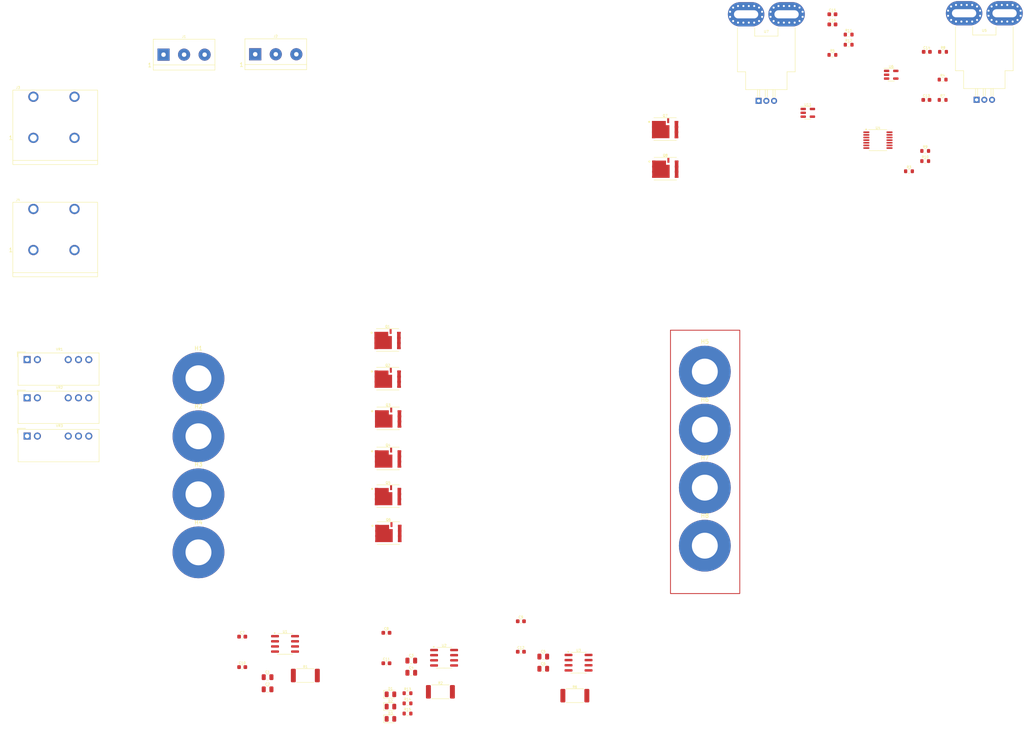
<source format=kicad_pcb>
(kicad_pcb (version 20240108) (generator "pcbnew") (generator_version "8.0")
  (layers (0 "F.Cu" signal) (31 "B.Cu" signal) (34 "B.Paste" user) (35 "F.Paste" user) (36 "B.SilkS" user "B.Silkscreen") (37 "F.SilkS" user "F.Silkscreen") (38 "B.Mask" user) (39 "F.Mask" user) (44 "Edge.Cuts" user))
  (net 0 "")
  (net 1 "12V_Iso_19V")
  (net 2 "19V reg")
  (net 3 "+3V3")
  (net 4 "GND")
  (net 5 "12V_Iso_12V")
  (net 6 "12V reg")
  (net 7 "12V_Iso_PDP")
  (net 8 "PDP+")
  (net 9 "Net-(U5-VOUT)")
  (net 10 "Net-(U7-VOUT)")
  (net 11 "Vb+")
  (net 12 "+12V")
  (net 13 "Enable1")
  (net 14 "Enable3")
  (net 15 "Enable2")
  (net 16 "Charger_in")
  (net 19 "PDP_Gate")
  (net 20 "12V_Gate")
  (net 21 "19V_Gate")
  (net 22 "Net-(U1-VO)")
  (net 23 "Net-(U2-VO)")
  (net 24 "IN+1")
  (net 25 "Net-(R3-Pad1)")
  (net 26 "150A Ref+")
  (net 27 "30A Ref+")
  (net 28 "Net-(U3-VO)")
  (net 29 "Net-(U6--)")
  (net 30 "IN+2")
  (net 31 "IN+3")
  (net 32 "Net-(R10-Pad1)")
  (net 33 "Net-(U11--)")
  (net 34 "Net-(U11-Pad1)")
  (net 35 "Overcurrent_30A")
  (net 36 "Net-(U4-Pad1)")
  (net 37 "Overcurrent_150A")
  (net 38 "150A_in")
  (net 42 "Net-(D1-A)")
  (net 43 "Net-(D2-A)")
  (net 44 "Net-(D3-A)")
  (net 45 "12V_Iso_PDP_LED")
  (net 46 "12V_Iso_12V_LED")
  (net 47 "12V_Iso_19V_LED")
  (footprint "rsx_capacitors:C_0805_2012Metric" (layer "F.Cu") (at 155.0475 180.7988)
    (property "Reference" "C6" (at 0 -1.27 0) (layer "F.SilkS") (effects (font (size 0.6 0.6) (thickness 0.1))))
    (property "Value" "1u")
    (pad "1" smd roundrect (at -0.95 0) (size 1 1.45) (layers "F.Cu" "F.Paste" "F.Mask") (net 7 "12V_Iso_PDP"))
    (pad "2" smd roundrect (at 0.95 0) (size 1 1.45) (layers "F.Cu" "F.Paste" "F.Mask") (net 8 "PDP+"))
  )
  (footprint "rsx_capacitors:C_0603_1608Metric" (layer "F.Cu") (at 149.515 176.5916)
    (property "Reference" "C12" (at 0 -1.016 0) (layer "F.SilkS") (effects (font (size 0.6 0.6) (thickness 0.1))))
    (property "Value" "0u1")
    (pad "1" smd roundrect (at -0.775 0) (size 0.9 0.95) (layers "F.Cu" "F.Paste" "F.Mask") (net 7 "12V_Iso_PDP"))
    (pad "2" smd roundrect (at 0.775 0) (size 0.9 0.95) (layers "F.Cu" "F.Paste" "F.Mask") (net 8 "PDP+"))
  )
  (footprint "MountingHole:MountingHole_6.4mm_M6_Pad_TopBottom" (layer "F.Cu") (at 69.85 137.666)
    (property "Reference" "H3" (at 0 -7.4 0) (layer "F.SilkS"))
    (property "Value" "MountingHole_Pad")
    (pad "1" thru_hole circle (at 0 0) (size 6.8 6.8) (drill 6.4) (layers "*.Cu" "*.Mask") (net 11 "Vb+"))
    (pad "1" connect circle (at 0 0) (size 12.8 12.8) (layers "F.Cu" "F.Mask") (net 11 "Vb+"))
    (pad "1" connect circle (at 0 0) (size 12.8 12.8) (layers "B.Cu" "B.Mask") (net 11 "Vb+"))
  )
  (footprint "rsx_resistors:R_0603_1608Metric" (layer "F.Cu") (at 253.7293 40.14)
    (property "Reference" "R7" (at 0 -1.016 0) (layer "F.SilkS") (effects (font (size 0.6 0.6) (thickness 0.1))))
    (property "Value" "10K")
    (pad "1" smd roundrect (at -0.825 0) (size 0.8 0.95) (layers "F.Cu" "F.Paste" "F.Mask") (net 26 "150A Ref+"))
    (pad "2" smd roundrect (at 0.825 0) (size 0.8 0.95) (layers "F.Cu" "F.Paste" "F.Mask") (net 4 "GND"))
  )
  (footprint "rsx_misc:Allegro_CB_PFF" (layer "F.Cu") (at 208.2596 40.3746)
    (property "Reference" "U7" (at 1.91 -17.145 0) (layer "F.SilkS") (effects (font (size 0.6 0.6) (thickness 0.1) (bold yes))))
    (property "Value" "ACS758LCB-050U-PFF-T")
    (pad "1" thru_hole rect (at 0 0) (size 1.5 1.5) (drill 0.8) (layers "*.Cu" "*.Mask") (net 3 "+3V3"))
    (pad "2" thru_hole circle (at 1.91 0) (size 1.5 1.5) (drill 0.8) (layers "*.Cu" "*.Mask") (net 4 "GND"))
    (pad "3" thru_hole circle (at 3.82 0) (size 1.5 1.5) (drill 0.8) (layers "*.Cu" "*.Mask") (net 10 "Net-(U7-VOUT)"))
    (pad "4" thru_hole oval (at 2.96 -22.03 65) (size 0.8 0.8) (drill 0.5) (layers "*.Cu" "*.Mask") (net 16 "Charger_in"))
    (pad "4" thru_hole oval (at 2.96 -20.77 295) (size 0.8 0.8) (drill 0.5) (layers "*.Cu" "*.Mask") (net 16 "Charger_in"))
    (pad "4" thru_hole circle (at 3.71 -23.06) (size 0.8 0.8) (drill 0.5) (layers "*.Cu" "*.Mask") (net 16 "Charger_in"))
    (pad "4" thru_hole circle (at 3.71 -19.74) (size 0.8 0.8) (drill 0.5) (layers "*.Cu" "*.Mask") (net 16 "Charger_in"))
    (pad "4" thru_hole circle (at 4.91 -23.45) (size 0.8 0.8) (drill 0.5) (layers "*.Cu" "*.Mask") (net 16 "Charger_in"))
    (pad "4" thru_hole circle (at 4.91 -19.35) (size 0.8 0.8) (drill 0.5) (layers "*.Cu" "*.Mask") (net 16 "Charger_in"))
    (pad "4" thru_hole circle (at 6.24 -23.45) (size 0.8 0.8) (drill 0.5) (layers "*.Cu" "*.Mask") (net 16 "Charger_in"))
    (pad "4" thru_hole circle (at 6.24 -19.35) (size 0.8 0.8) (drill 0.5) (layers "*.Cu" "*.Mask") (net 16 "Charger_in"))
    (pad "4" thru_hole oval (at 6.91 -21.4) (size 9 6) (drill oval 6 2) (layers "*.Cu" "*.Mask") (net 16 "Charger_in"))
    (pad "4" thru_hole circle (at 7.58 -23.45) (size 0.8 0.8) (drill 0.5) (layers "*.Cu" "*.Mask") (net 16 "Charger_in"))
    (pad "4" thru_hole circle (at 7.58 -19.35) (size 0.8 0.8) (drill 0.5) (layers "*.Cu" "*.Mask") (net 16 "Charger_in"))
    (pad "4" thru_hole circle (at 8.91 -23.45) (size 0.8 0.8) (drill 0.5) (layers "*.Cu" "*.Mask") (net 16 "Charger_in"))
    (pad "4" thru_hole circle (at 8.91 -19.35) (size 0.8 0.8) (drill 0.5) (layers "*.Cu" "*.Mask") (net 16 "Charger_in"))
    (pad "4" thru_hole circle (at 10.11 -23.06) (size 0.8 0.8) (drill 0.5) (layers "*.Cu" "*.Mask") (net 16 "Charger_in"))
    (pad "4" thru_hole circle (at 10.11 -19.74) (size 0.8 0.8) (drill 0.5) (layers "*.Cu" "*.Mask") (net 16 "Charger_in"))
    (pad "4" thru_hole circle (at 10.86 -22.03) (size 0.8 0.8) (drill 0.5) (layers "*.Cu" "*.Mask") (net 16 "Charger_in"))
    (pad "4" thru_hole circle (at 10.86 -20.77) (size 0.8 0.8) (drill 0.5) (layers "*.Cu" "*.Mask") (net 16 "Charger_in"))
    (pad "5" thru_hole circle (at -7.04 -22.03) (size 0.8 0.8) (drill 0.5) (layers "*.Cu" "*.Mask") (net 2 "19V reg"))
    (pad "5" thru_hole circle (at -7.04 -20.77) (size 0.8 0.8) (drill 0.5) (layers "*.Cu" "*.Mask") (net 2 "19V reg"))
    (pad "5" thru_hole circle (at -6.29 -23.06) (size 0.8 0.8) (drill 0.5) (layers "*.Cu" "*.Mask") (net 2 "19V reg"))
    (pad "5" thru_hole circle (at -6.29 -19.74) (size 0.8 0.8) (drill 0.5) (layers "*.Cu" "*.Mask") (net 2 "19V reg"))
    (pad "5" thru_hole circle (at -5.09 -23.45) (size 0.8 0.8) (drill 0.5) (layers "*.Cu" "*.Mask") (net 2 "19V reg"))
    (pad "5" thru_hole circle (at -5.09 -19.35) (size 0.8 0.8) (drill 0.5) (layers "*.Cu" "*.Mask") (net 2 "19V reg"))
    (pad "5" thru_hole circle (at -3.76 -23.45) (size 0.8 0.8) (drill 0.5) (layers "*.Cu" "*.Mask") (net 2 "19V reg"))
    (pad "5" thru_hole circle (at -3.76 -19.35) (size 0.8 0.8) (drill 0.5) (layers "*.Cu" "*.Mask") (net 2 "19V reg"))
    (pad "5" thru_hole oval (at -3.09 -21.4) (size 9 6) (drill oval 6 2) (layers "*.Cu" "*.Mask") (net 2 "19V reg"))
    (pad "5" thru_hole circle (at -2.42 -23.45) (size 0.8 0.8) (drill 0.5) (layers "*.Cu" "*.Mask") (net 2 "19V reg"))
    (pad "5" thru_hole circle (at -2.42 -19.35) (size 0.8 0.8) (drill 0.5) (layers "*.Cu" "*.Mask") (net 2 "19V reg"))
    (pad "5" thru_hole circle (at -1.09 -23.45) (size 0.8 0.8) (drill 0.5) (layers "*.Cu" "*.Mask") (net 2 "19V reg"))
    (pad "5" thru_hole circle (at -1.09 -19.35) (size 0.8 0.8) (drill 0.5) (layers "*.Cu" "*.Mask") (net 2 "19V reg"))
    (pad "5" thru_hole circle (at 0.11 -23.06) (size 0.8 0.8) (drill 0.5) (layers "*.Cu" "*.Mask") (net 2 "19V reg"))
    (pad "5" thru_hole circle (at 0.11 -19.74) (size 0.8 0.8) (drill 0.5) (layers "*.Cu" "*.Mask") (net 2 "19V reg"))
    (pad "5" thru_hole oval (at 0.86 -22.03 295) (size 0.8 0.8) (drill 0.5) (layers "*.Cu" "*.Mask") (net 2 "19V reg"))
    (pad "5" thru_hole oval (at 0.86 -20.77 65) (size 0.8 0.8) (drill 0.5) (layers "*.Cu" "*.Mask") (net 2 "19V reg"))
  )
  (footprint "MountingHole:MountingHole_6.4mm_M6_Pad_TopBottom" (layer "F.Cu") (at 69.85 152.016)
    (property "Reference" "H4" (at 0 -7.4 0) (layer "F.SilkS"))
    (property "Value" "MountingHole_Pad")
    (pad "1" thru_hole circle (at 0 0) (size 6.8 6.8) (drill 6.4) (layers "*.Cu" "*.Mask") (net 11 "Vb+"))
    (pad "1" connect circle (at 0 0) (size 12.8 12.8) (layers "F.Cu" "F.Mask") (net 11 "Vb+"))
    (pad "1" connect circle (at 0 0) (size 12.8 12.8) (layers "B.Cu" "B.Mask") (net 11 "Vb+"))
  )
  (footprint "rsx_resistors:R_0603_1608Metric" (layer "F.Cu") (at 249.428 52.7604)
    (property "Reference" "R9" (at 0 -1.016 0) (layer "F.SilkS") (effects (font (size 0.6 0.6) (thickness 0.1))))
    (property "Value" "1K")
    (pad "1" smd roundrect (at -0.825 0) (size 0.8 0.95) (layers "F.Cu" "F.Paste" "F.Mask") (net 15 "Enable2"))
    (pad "2" smd roundrect (at 0.825 0) (size 0.8 0.95) (layers "F.Cu" "F.Paste" "F.Mask") (net 30 "IN+2"))
  )
  (footprint "rsx_packages_TO_SOT:IFX-PG-TTFN-9-2-V" (layer "F.Cu") (at 116.624135 109.195)
    (property "Reference" "Q2" (at 0 -3.429 0) (layer "F.SilkS") (effects (font (size 0.6 0.6) (thickness 0.1))))
    (property "Value" "IQDH29NE2LM5CG")
    (fp_rect (start 2.34988 -2.14) (end 3.232 2.1336) (fill solid) (layer "F.Cu"))
    (fp_poly (pts (xy 1.0668 -1.0922) (xy 1.0668 2.1336) (xy -3.2512 2.1336) (xy -3.2512 -2.1336) (xy 0.1778 -2.1336) (xy 0.1778 -1.0922)) (fill solid) (layer "F.Cu"))
    (pad "1" smd rect (at -2.844135 -1.905 270) (size 0.47 0.81147) (layers "F.Cu" "F.Paste" "F.Mask") (net 8 "PDP+"))
    (pad "2" smd rect (at -2.844135 -0.635 270) (size 0.47 0.81147) (layers "F.Cu" "F.Paste" "F.Mask") (net 8 "PDP+"))
    (pad "3" smd rect (at -2.844135 0.635 270) (size 0.47 0.81147) (layers "F.Cu" "F.Paste" "F.Mask") (net 8 "PDP+"))
    (pad "4" smd rect (at -2.844135 1.905 270) (size 0.47 0.81147) (layers "F.Cu" "F.Paste" "F.Mask") (net 8 "PDP+"))
    (pad "5" smd rect (at 2.79988 1.905 270) (size 0.47 0.9) (layers "F.Cu" "F.Paste" "F.Mask") (net 11 "Vb+"))
    (pad "6" smd rect (at 2.79988 0.635 270) (size 0.47 0.9) (layers "F.Cu" "F.Paste" "F.Mask") (net 11 "Vb+"))
    (pad "7" smd rect (at 2.79988 -0.635 270) (size 0.47 0.9) (layers "F.Cu" "F.Paste" "F.Mask") (net 11 "Vb+"))
    (pad "8" smd rect (at 2.79988 -1.905 270) (size 0.47 0.9) (layers "F.Cu" "F.Paste" "F.Mask") (net 11 "Vb+"))
    (pad "9" smd rect (at 0.75458 -2.20075) (size 0.5 1.2) (layers "F.Cu" "F.Paste" "F.Mask") (net 19 "PDP_Gate"))
  )
  (footprint "rsx_resistors:R_0603_1608Metric" (layer "F.Cu") (at 121.5014 186.8516)
    (property "Reference" "R13" (at 0 -1.016 0) (layer "F.SilkS") (effects (font (size 0.6 0.6) (thickness 0.1))))
    (property "Value" "1K")
    (pad "1" smd roundrect (at -0.825 0) (size 0.8 0.95) (layers "F.Cu" "F.Paste" "F.Mask") (net 45 "12V_Iso_PDP_LED"))
    (pad "2" smd roundrect (at 0.825 0) (size 0.8 0.95) (layers "F.Cu" "F.Paste" "F.Mask") (net 42 "Net-(D1-A)"))
  )
  (footprint "rsx_packages_SO:TSSOP-14_4.4x5mm_P0.65mm_DL" (layer "F.Cu") (at 237.744 50.0888)
    (property "Reference" "U4" (at 0 -3.048 0) (layer "F.SilkS") (effects (font (size 0.6 0.6) (thickness 0.1))))
    (property "Value" "74HC08")
    (pad "1" smd roundrect (at -2.8625 -1.95) (size 1.475 0.4) (layers "F.Cu" "F.Paste" "F.Mask") (net 36 "Net-(U4-Pad1)"))
    (pad "2" smd roundrect (at -2.8625 -1.3) (size 1.475 0.4) (layers "F.Cu" "F.Paste" "F.Mask") (net 3 "+3V3"))
    (pad "3" smd roundrect (at -2.8625 -0.65) (size 1.475 0.4) (layers "F.Cu" "F.Paste" "F.Mask") (net 37 "Overcurrent_150A"))
    (pad "4" smd roundrect (at -2.8625 0) (size 1.475 0.4) (layers "F.Cu" "F.Paste" "F.Mask") (net 34 "Net-(U11-Pad1)"))
    (pad "5" smd roundrect (at -2.8625 0.65) (size 1.475 0.4) (layers "F.Cu" "F.Paste" "F.Mask") (net 3 "+3V3"))
    (pad "6" smd roundrect (at -2.8625 1.3) (size 1.475 0.4) (layers "F.Cu" "F.Paste" "F.Mask") (net 35 "Overcurrent_30A"))
    (pad "7" smd roundrect (at -2.8625 1.95) (size 1.475 0.4) (layers "F.Cu" "F.Paste" "F.Mask") (net 4 "GND"))
    (pad "8" smd roundrect (at 2.8625 1.95) (size 1.475 0.4) (layers "F.Cu" "F.Paste" "F.Mask") (net 32 "Net-(R10-Pad1)"))
    (pad "9" smd roundrect (at 2.8625 1.3) (size 1.475 0.4) (layers "F.Cu" "F.Paste" "F.Mask") (net 37 "Overcurrent_150A"))
    (pad "10" smd roundrect (at 2.8625 0.65) (size 1.475 0.4) (layers "F.Cu" "F.Paste" "F.Mask") (net 14 "Enable3"))
    (pad "11" smd roundrect (at 2.8625 0) (size 1.475 0.4) (layers "F.Cu" "F.Paste" "F.Mask") (net 25 "Net-(R3-Pad1)"))
    (pad "12" smd roundrect (at 2.8625 -0.65) (size 1.475 0.4) (layers "F.Cu" "F.Paste" "F.Mask") (net 35 "Overcurrent_30A"))
    (pad "13" smd roundrect (at 2.8625 -1.3) (size 1.475 0.4) (layers "F.Cu" "F.Paste" "F.Mask") (net 13 "Enable1"))
    (pad "14" smd roundrect (at 2.8625 -1.95) (size 1.475 0.4) (layers "F.Cu" "F.Paste" "F.Mask") (net 3 "+3V3"))
  )
  (footprint "rsx_capacitors:C_0805_2012Metric" (layer "F.Cu") (at 122.433 178.7794)
    (property "Reference" "C3" (at 0 -1.27 0) (layer "F.SilkS") (effects (font (size 0.6 0.6) (thickness 0.1))))
    (property "Value" "1u")
    (pad "1" smd roundrect (at -0.95 0) (size 1 1.45) (layers "F.Cu" "F.Paste" "F.Mask") (net 3 "+3V3"))
    (pad "2" smd roundrect (at 0.95 0) (size 1 1.45) (layers "F.Cu" "F.Paste" "F.Mask") (net 4 "GND"))
  )
  (footprint "rsx_misc:Converter_DCDC_muRata_NMKDxxxxSAC_THT" (layer "F.Cu") (at 27.507749 104.35369)
    (property "Reference" "VR1" (at 7.99 -2.54 0) (layer "F.SilkS") (effects (font (size 0.6 0.6) (thickness 0.1) (bold yes))))
    (property "Value" "NMK1212SAC")
    (pad "1" thru_hole rect (at 0 0) (size 1.75 1.75) (drill 1.075) (layers "*.Cu" "*.Mask") (net 12 "+12V"))
    (pad "2" thru_hole oval (at 2.54 0) (size 1.75 1.75) (drill 1.075) (layers "*.Cu" "*.Mask") (net 4 "GND"))
    (pad "5" thru_hole oval (at 10.16 0) (size 1.75 1.75) (drill 1.075) (layers "*.Cu" "*.Mask") (net 45 "12V_Iso_PDP_LED"))
    (pad "6" thru_hole oval (at 12.7 0) (size 1.75 1.75) (drill 1.075) (layers "*.Cu" "*.Mask"))
    (pad "7" thru_hole oval (at 15.24 0) (size 1.75 1.75) (drill 1.075) (layers "*.Cu" "*.Mask") (net 8 "PDP+"))
  )
  (footprint "rsx_capacitors:C_0603_1608Metric" (layer "F.Cu") (at 226.4996 21.4746)
    (property "Reference" "C16" (at 0 -1.016 0) (layer "F.SilkS") (effects (font (size 0.6 0.6) (thickness 0.1))))
    (property "Value" "0u1")
    (pad "1" smd roundrect (at -0.775 0) (size 0.9 0.95) (layers "F.Cu" "F.Paste" "F.Mask") (net 4 "GND"))
    (pad "2" smd roundrect (at 0.775 0) (size 0.9 0.95) (layers "F.Cu" "F.Paste" "F.Mask") (net 3 "+3V3"))
  )
  (footprint "rsx_resistors:R_0603_1608Metric" (layer "F.Cu") (at 230.5096 23.9846)
    (property "Reference" "R11" (at 0 -1.016 0) (layer "F.SilkS") (effects (font (size 0.6 0.6) (thickness 0.1))))
    (property "Value" "5.6K")
    (pad "1" smd roundrect (at -0.825 0) (size 0.8 0.95) (layers "F.Cu" "F.Paste" "F.Mask") (net 27 "30A Ref+"))
    (pad "2" smd roundrect (at 0.825 0) (size 0.8 0.95) (layers "F.Cu" "F.Paste" "F.Mask") (net 4 "GND"))
  )
  (footprint "rsx_headers_screw:Molex_0398800303" (layer "F.Cu") (at 83.8708 28.8544)
    (property "Reference" "J2" (at 5.05 -4.445 0) (layer "F.SilkS") (effects (font (size 0.6 0.6) (thickness 0.1))))
    (property "Value" "Screw_Terminal_3x5.08")
    (fp_text user "1" (at -3.4 2.6 0) (layer "F.SilkS"))
    (pad "1" thru_hole rect (at 0 0) (size 3 3) (drill 1.1) (layers "*.Cu" "*.Mask") (net 13 "Enable1"))
    (pad "2" thru_hole circle (at 5.08 0) (size 3 3) (drill 1.1) (layers "*.Cu" "*.Mask") (net 15 "Enable2"))
    (pad "3" thru_hole circle (at 10.16 0) (size 3 3) (drill 1.1) (layers "*.Cu" "*.Mask") (net 14 "Enable3"))
  )
  (footprint "rsx_capacitors:C_0603_1608Metric" (layer "F.Cu") (at 116.2918 179.4414)
    (property "Reference" "C11" (at 0 -1.016 0) (layer "F.SilkS") (effects (font (size 0.6 0.6) (thickness 0.1))))
    (property "Value" "0u1")
    (pad "1" smd roundrect (at -0.775 0) (size 0.9 0.95) (layers "F.Cu" "F.Paste" "F.Mask") (net 5 "12V_Iso_12V"))
    (pad "2" smd roundrect (at 0.775 0) (size 0.9 0.95) (layers "F.Cu" "F.Paste" "F.Mask") (net 6 "12V reg"))
  )
  (footprint "MountingHole:MountingHole_6.4mm_M6_Pad_TopBottom" (layer "F.Cu") (at 194.9704 107.318)
    (property "Reference" "H5" (at 0 -7.4 0) (layer "F.SilkS"))
    (property "Value" "MountingHole_Pad")
    (pad "1" thru_hole circle (at 0 0) (size 6.8 6.8) (drill 6.4) (layers "*.Cu" "*.Mask") (net 8 "PDP+"))
    (pad "1" connect circle (at 0 0) (size 12.8 12.8) (layers "F.Cu" "F.Mask") (net 8 "PDP+"))
    (pad "1" connect circle (at 0 0) (size 12.8 12.8) (layers "B.Cu" "B.Mask") (net 8 "PDP+"))
  )
  (footprint "MountingHole:MountingHole_6.4mm_M6_Pad_TopBottom" (layer "F.Cu") (at 194.9704 121.668)
    (property "Reference" "H6" (at 0 -7.4 0) (layer "F.SilkS"))
    (property "Value" "MountingHole_Pad")
    (pad "1" thru_hole circle (at 0 0) (size 6.8 6.8) (drill 6.4) (layers "*.Cu" "*.Mask") (net 8 "PDP+"))
    (pad "1" connect circle (at 0 0) (size 12.8 12.8) (layers "F.Cu" "F.Mask") (net 8 "PDP+"))
    (pad "1" connect circle (at 0 0) (size 12.8 12.8) (layers "B.Cu" "B.Mask") (net 8 "PDP+"))
  )
  (footprint "rsx_packages_SO:SOIC-8_3.9x4.9mm_P1.27mm_DL" (layer "F.Cu") (at 163.765 179.2986)
    (property "Reference" "U3" (at 0 -3.048 0) (layer "F.SilkS") (effects (font (size 0.6 0.6) (thickness 0.1))))
    (property "Value" "NCV57080ADR2G")
    (pad "1" smd roundrect (at -2.475 -1.905) (size 1.95 0.6) (layers "F.Cu" "F.Paste" "F.Mask") (net 3 "+3V3"))
    (pad "2" smd roundrect (at -2.475 -0.635) (size 1.95 0.6) (layers "F.Cu" "F.Paste" "F.Mask") (net 31 "IN+3"))
    (pad "3" smd roundrect (at -2.475 0.635) (size 1.95 0.6) (layers "F.Cu" "F.Paste" "F.Mask") (net 4 "GND"))
    (pad "4" smd roundrect (at -2.475 1.905) (size 1.95 0.6) (layers "F.Cu" "F.Paste" "F.Mask") (net 4 "GND"))
    (pad "5" smd roundrect (at 2.475 1.905) (size 1.95 0.6) (layers "F.Cu" "F.Paste" "F.Mask") (net 7 "12V_Iso_PDP"))
    (pad "6" smd roundrect (at 2.475 0.635) (size 1.95 0.6) (layers "F.Cu" "F.Paste" "F.Mask") (net 28 "Net-(U3-VO)"))
    (pad "7" smd roundrect (at 2.475 -0.635) (size 1.95 0.6) (layers "F.Cu" "F.Paste" "F.Mask") (net 19 "PDP_Gate"))
    (pad "8" smd roundrect (at 2.475 -1.905) (size 1.95 0.6) (layers "F.Cu" "F.Paste" "F.Mask") (net 8 "PDP+"))
  )
  (footprint "rsx_capacitors:C_0805_2012Metric" (layer "F.Cu") (at 86.9228 182.8814)
    (property "Reference" "C1" (at 0 -1.27 0) (layer "F.SilkS") (effects (font (size 0.6 0.6) (thickness 0.1))))
    (property "Value" "1u")
    (pad "1" smd roundrect (at -0.95 0) (size 1 1.45) (layers "F.Cu" "F.Paste" "F.Mask") (net 1 "12V_Iso_19V"))
    (pad "2" smd roundrect (at 0.95 0) (size 1 1.45) (layers "F.Cu" "F.Paste" "F.Mask") (net 2 "19V reg"))
  )
  (footprint "rsx_packages_TO_SOT:SOT-23-5" (layer "F.Cu") (at 220.4212 43.3324)
    (property "Reference" "U11" (at 0 -2.032 0) (layer "F.SilkS") (effects (font (size 0.6 0.6) (thickness 0.1))))
    (property "Value" "LMV321A")
    (pad "1" smd roundrect (at -1.1375 -0.95) (size 1.325 0.6) (layers "F.Cu" "F.Paste" "F.Mask") (net 34 "Net-(U11-Pad1)"))
    (pad "2" smd roundrect (at -1.1375 0) (size 1.325 0.6) (layers "F.Cu" "F.Paste" "F.Mask") (net 4 "GND"))
    (pad "3" smd roundrect (at -1.1375 0.95) (size 1.325 0.6) (layers "F.Cu" "F.Paste" "F.Mask") (net 27 "30A Ref+"))
    (pad "4" smd roundrect (at 1.1375 0.95) (size 1.325 0.6) (layers "F.Cu" "F.Paste" "F.Mask") (net 33 "Net-(U11--)"))
    (pad "5" smd roundrect (at 1.1375 -0.95) (size 1.325 0.6) (layers "F.Cu" "F.Paste" "F.Mask") (net 3 "+3V3"))
  )
  (footprint "rsx_capacitors:C_0805_2012Metric" (layer "F.Cu") (at 86.9228 185.8914)
    (property "Reference" "C2" (at 0 -1.27 0) (layer "F.SilkS") (effects (font (size 0.6 0.6) (thickness 0.1))))
    (property "Value" "1u")
    (pad "1" smd roundrect (at -0.95 0) (size 1 1.45) (layers "F.Cu" "F.Paste" "F.Mask") (net 3 "+3V3"))
    (pad "2" smd roundrect (at 0.95 0) (size 1 1.45) (layers "F.Cu" "F.Paste" "F.Mask") (net 4 "GND"))
  )
  (footprint "rsx_packages_TO_SOT:SOT-23-5" (layer "F.Cu") (at 241.0261 33.9192)
    (property "Reference" "U6" (at 0 -2.032 0) (layer "F.SilkS") (effects (font (size 0.6 0.6) (thickness 0.1))))
    (property "Value" "LMV321A")
    (pad "1" smd roundrect (at -1.1375 -0.95) (size 1.325 0.6) (layers "F.Cu" "F.Paste" "F.Mask") (net 36 "Net-(U4-Pad1)"))
    (pad "2" smd roundrect (at -1.1375 0) (size 1.325 0.6) (layers "F.Cu" "F.Paste" "F.Mask") (net 4 "GND"))
    (pad "3" smd roundrect (at -1.1375 0.95) (size 1.325 0.6) (layers "F.Cu" "F.Paste" "F.Mask") (net 26 "150A Ref+"))
    (pad "4" smd roundrect (at 1.1375 0.95) (size 1.325 0.6) (layers "F.Cu" "F.Paste" "F.Mask") (net 29 "Net-(U6--)"))
    (pad "5" smd roundrect (at 1.1375 -0.95) (size 1.325 0.6) (layers "F.Cu" "F.Paste" "F.Mask") (net 3 "+3V3"))
  )
  (footprint "rsx_packages_TO_SOT:IFX-PG-TTFN-9-2-V" (layer "F.Cu") (at 185.209803 57.277)
    (property "Reference" "Q8" (at 0 -3.429 0) (layer "F.SilkS") (effects (font (size 0.6 0.6) (thickness 0.1))))
    (property "Value" "IQDH29NE2LM5CG")
    (fp_rect (start 2.34988 -2.14) (end 3.232 2.1336) (fill solid) (layer "F.Cu"))
    (fp_poly (pts (xy 1.0668 -1.0922) (xy 1.0668 2.1336) (xy -3.2512 2.1336) (xy -3.2512 -2.1336) (xy 0.1778 -2.1336) (xy 0.1778 -1.0922)) (fill solid) (layer "F.Cu"))
    (pad "1" smd rect (at -2.844135 -1.905 270) (size 0.47 0.81147) (layers "F.Cu" "F.Paste" "F.Mask") (net 2 "19V reg"))
    (pad "2" smd rect (at -2.844135 -0.635 270) (size 0.47 0.81147) (layers "F.Cu" "F.Paste" "F.Mask") (net 2 "19V reg"))
    (pad "3" smd rect (at -2.844135 0.635 270) (size 0.47 0.81147) (layers "F.Cu" "F.Paste" "F.Mask") (net 2 "19V reg"))
    (pad "4" smd rect (at -2.844135 1.905 270) (size 0.47 0.81147) (layers "F.Cu" "F.Paste" "F.Mask") (net 2 "19V reg"))
    (pad "5" smd rect (at 2.79988 1.905 270) (size 0.47 0.9) (layers "F.Cu" "F.Paste" "F.Mask") (net 11 "Vb+"))
    (pad "6" smd rect (at 2.79988 0.635 270) (size 0.47 0.9) (layers "F.Cu" "F.Paste" "F.Mask") (net 11 "Vb+"))
    (pad "7" smd rect (at 2.79988 -0.635 270) (size 0.47 0.9) (layers "F.Cu" "F.Paste" "F.Mask") (net 11 "Vb+"))
    (pad "8" smd rect (at 2.79988 -1.905 270) (size 0.47 0.9) (layers "F.Cu" "F.Paste" "F.Mask") (net 11 "Vb+"))
    (pad "9" smd rect (at 0.75458 -2.20075) (size 0.5 1.2) (layers "F.Cu" "F.Paste" "F.Mask") (net 21 "19V_Gate"))
  )
  (footprint "rsx_leds:LED_0805_2012Metric" (layer "F.Cu") (at 117.2914 193.1966)
    (property "Reference" "D3" (at 0 -1.397 0) (layer "F.SilkS") (effects (font (size 0.6 0.6) (thickness 0.1))))
    (property "Value" "LED_B")
    (pad "1" smd roundrect (at -0.9375 0) (size 0.975 1.4) (layers "F.Cu" "F.Paste" "F.Mask") (net 1 "12V_Iso_19V"))
    (pad "2" smd roundrect (at 0.9375 0) (size 0.975 1.4) (layers "F.Cu" "F.Paste" "F.Mask") (net 44 "Net-(D3-A)"))
  )
  (footprint "rsx_headers_screw:Amphenol_VP0265540000G" (layer "F.Cu") (at 29.0576 49.5214)
    (property "Reference" "J3" (at -3.81 -12.446 0) (layer "F.SilkS") (effects (font (size 0.6 0.6) (thickness 0.1))))
    (property "Value" "Screw_Terminal_2x10.16")
    (fp_text user "1" (at -5.588 0 0) (layer "F.SilkS"))
    (pad "1" thru_hole circle (at 0 -10.16) (size 2.54 2.54) (drill 1.7) (layers "*.Cu" "*.Mask") (net 6 "12V reg"))
    (pad "1" thru_hole circle (at 0 0) (size 2.54 2.54) (drill 1.7) (layers "*.Cu" "*.Mask") (net 6 "12V reg"))
    (pad "2" thru_hole circle (at 10.16 -10.16) (size 2.54 2.54) (drill 1.7) (layers "*.Cu" "*.Mask") (net 2 "19V reg"))
    (pad "2" thru_hole circle (at 10.16 0) (size 2.54 2.54) (drill 1.7) (layers "*.Cu" "*.Mask") (net 2 "19V reg"))
  )
  (footprint "rsx_resistors:R_0603_1608Metric" (layer "F.Cu") (at 253.7293 35.12)
    (property "Reference" "R4" (at 0 -1.016 0) (layer "F.SilkS") (effects (font (size 0.6 0.6) (thickness 0.1))))
    (property "Value" "1K")
    (pad "1" smd roundrect (at -0.825 0) (size 0.8 0.95) (layers "F.Cu" "F.Paste" "F.Mask") (net 3 "+3V3"))
    (pad "2" smd roundrect (at 0.825 0) (size 0.8 0.95) (layers "F.Cu" "F.Paste" "F.Mask") (net 26 "150A Ref+"))
  )
  (footprint "rsx_packages_TO_SOT:IFX-PG-TTFN-9-2-V" (layer "F.Cu") (at 116.68815 138.2338)
    (property "Reference" "Q5" (at 0 -3.429 0) (layer "F.SilkS") (effects (font (size 0.6 0.6) (thickness 0.1))))
    (property "Value" "IQDH29NE2LM5CG")
    (fp_rect (start 2.34988 -2.14) (end 3.232 2.1336) (fill solid) (layer "F.Cu"))
    (fp_poly (pts (xy 1.0668 -1.0922) (xy 1.0668 2.1336) (xy -3.2512 2.1336) (xy -3.2512 -2.1336) (xy 0.1778 -2.1336) (xy 0.1778 -1.0922)) (fill solid) (layer "F.Cu"))
    (pad "1" smd rect (at -2.844135 -1.905 270) (size 0.47 0.81147) (layers "F.Cu" "F.Paste" "F.Mask") (net 8 "PDP+"))
    (pad "2" smd rect (at -2.844135 -0.635 270) (size 0.47 0.81147) (layers "F.Cu" "F.Paste" "F.Mask") (net 8 "PDP+"))
    (pad "3" smd rect (at -2.844135 0.635 270) (size 0.47 0.81147) (layers "F.Cu" "F.Paste" "F.Mask") (net 8 "PDP+"))
    (pad "4" smd rect (at -2.844135 1.905 270) (size 0.47 0.81147) (layers "F.Cu" "F.Paste" "F.Mask") (net 8 "PDP+"))
    (pad "5" smd rect (at 2.79988 1.905 270) (size 0.47 0.9) (layers "F.Cu" "F.Paste" "F.Mask") (net 11 "Vb+"))
    (pad "6" smd rect (at 2.79988 0.635 270) (size 0.47 0.9) (layers "F.Cu" "F.Paste" "F.Mask") (net 11 "Vb+"))
    (pad "7" smd rect (at 2.79988 -0.635 270) (size 0.47 0.9) (layers "F.Cu" "F.Paste" "F.Mask") (net 11 "Vb+"))
    (pad "8" smd rect (at 2.79988 -1.905 270) (size 0.47 0.9) (layers "F.Cu" "F.Paste" "F.Mask") (net 11 "Vb+"))
    (pad "9" smd rect (at 0.75458 -2.20075) (size 0.5 1.2) (layers "F.Cu" "F.Paste" "F.Mask") (net 19 "PDP_Gate"))
  )
  (footprint "rsx_headers_screw:Amphenol_VP0265540000G" (layer "F.Cu") (at 29.0576 77.2668)
    (property "Reference" "J4" (at -3.81 -12.446 0) (layer "F.SilkS") (effects (font (size 0.6 0.6) (thickness 0.1))))
    (property "Value" "Screw_Terminal_2x10.16")
    (fp_text user "1" (at -5.588 0 0) (layer "F.SilkS"))
    (pad "1" thru_hole circle (at 0 -10.16) (size 2.54 2.54) (drill 1.7) (layers "*.Cu" "*.Mask"))
    (pad "1" thru_hole circle (at 0 0) (size 2.54 2.54) (drill 1.7) (layers "*.Cu" "*.Mask"))
    (pad "2" thru_hole circle (at 10.16 -10.16) (size 2.54 2.54) (drill 1.7) (layers "*.Cu" "*.Mask") (net 16 "Charger_in"))
    (pad "2" thru_hole circle (at 10.16 0) (size 2.54 2.54) (drill 1.7) (layers "*.Cu" "*.Mask") (net 16 "Charger_in"))
  )
  (footprint "rsx_capacitors:C_0805_2012Metric" (layer "F.Cu") (at 122.433 181.7894)
    (property "Reference" "C4" (at 0 -1.27 0) (layer "F.SilkS") (effects (font (size 0.6 0.6) (thickness 0.1))))
    (property "Value" "1u")
    (pad "1" smd roundrect (at -0.95 0) (size 1 1.45) (layers "F.Cu" "F.Paste" "F.Mask") (net 5 "12V_Iso_12V"))
    (pad "2" smd roundrect (at 0.95 0) (size 1 1.45) (layers "F.Cu" "F.Paste" "F.Mask") (net 6 "12V reg"))
  )
  (footprint "rsx_capacitors:C_0603_1608Metric" (layer "F.Cu") (at 149.515 169.0616)
    (property "Reference" "C9" (at 0 -1.016 0) (layer "F.SilkS") (effects (font (size 0.6 0.6) (thickness 0.1))))
    (property "Value" "0u1")
    (pad "1" smd roundrect (at -0.775 0) (size 0.9 0.95) (layers "F.Cu" "F.Paste" "F.Mask") (net 3 "+3V3"))
    (pad "2" smd roundrect (at 0.775 0) (size 0.9 0.95) (layers "F.Cu" "F.Paste" "F.Mask") (net 4 "GND"))
  )
  (footprint "rsx_headers_screw:Molex_0398800303" (layer "F.Cu") (at 61.214 28.9484)
    (property "Reference" "J1" (at 5.05 -4.445 0) (layer "F.SilkS") (effects (font (size 0.6 0.6) (thickness 0.1))))
    (property "Value" "Screw_Terminal_3x5.08")
    (fp_text user "1" (at -3.4 2.6 0) (layer "F.SilkS"))
    (pad "1" thru_hole rect (at 0 0) (size 3 3) (drill 1.1) (layers "*.Cu" "*.Mask") (net 4 "GND"))
    (pad "2" thru_hole circle (at 5.08 0) (size 3 3) (drill 1.1) (layers "*.Cu" "*.Mask") (net 3 "+3V3"))
    (pad "3" thru_hole circle (at 10.16 0) (size 3 3) (drill 1.1) (layers "*.Cu" "*.Mask") (net 12 "+12V"))
  )
  (footprint "rsx_capacitors:C_0603_1608Metric" (layer "F.Cu") (at 249.8209 28.2528)
    (property "Reference" "C14" (at 0 -1.016 0) (layer "F.SilkS") (effects (font (size 0.6 0.6) (thickness 0.1))))
    (property "Value" "0u1")
    (pad "1" smd roundrect (at -0.775 0) (size 0.9 0.95) (layers "F.Cu" "F.Paste" "F.Mask") (net 4 "GND"))
    (pad "2" smd roundrect (at 0.775 0) (size 0.9 0.95) (layers "F.Cu" "F.Paste" "F.Mask") (net 3 "+3V3"))
  )
  (footprint "rsx_resistors:R_0603_1608Metric" (layer "F.Cu") (at 245.418 57.7804)
    (property "Reference" "R3" (at 0 -1.016 0) (layer "F.SilkS") (effects (font (size 0.6 0.6) (thickness 0.1))))
    (property "Value" "1K")
    (pad "1" smd roundrect (at -0.825 0) (size 0.8 0.95) (layers "F.Cu" "F.Paste" "F.Mask") (net 25 "Net-(R3-Pad1)"))
    (pad "2" smd roundrect (at 0.825 0) (size 0.8 0.95) (layers "F.Cu" "F.Paste" "F.Mask") (net 24 "IN+1"))
  )
  (footprint "rsx_leds:LED_0805_2012Metric" (layer "F.Cu") (at 117.2914 187.1166)
    (property "Reference" "D1" (at 0 -1.397 0) (layer "F.SilkS") (effects (font (size 0.6 0.6) (thickness 0.1))))
    (property "Value" "LED_B")
    (pad "1" smd roundrect (at -0.9375 0) (size 0.975 1.4) (layers "F.Cu" "F.Paste" "F.Mask") (net 7 "12V_Iso_PDP"))
    (pad "2" smd roundrect (at 0.9375 0) (size 0.975 1.4) (layers "F.Cu" "F.Paste" "F.Mask") (net 42 "Net-(D1-A)"))
  )
  (footprint "MountingHole:MountingHole_6.4mm_M6_Pad_TopBottom" (layer "F.Cu") (at 69.85 108.966)
    (property "Reference" "H1" (at 0 -7.4 0) (layer "F.SilkS"))
    (property "Value" "MountingHole_Pad")
    (pad "1" thru_hole circle (at 0 0) (size 6.8 6.8) (drill 6.4) (layers "*.Cu" "*.Mask") (net 11 "Vb+"))
    (pad "1" connect circle (at 0 0) (size 12.8 12.8) (layers "F.Cu" "F.Mask") (net 11 "Vb+"))
    (pad "1" connect circle (at 0 0) (size 12.8 12.8) (layers "B.Cu" "B.Mask") (net 11 "Vb+"))
  )
  (footprint "rsx_packages_TO_SOT:IFX-PG-TTFN-9-2-V" (layer "F.Cu") (at 116.694135 128.935)
    (property "Reference" "Q4" (at 0 -3.429 0) (layer "F.SilkS") (effects (font (size 0.6 0.6) (thickness 0.1))))
    (property "Value" "IQDH29NE2LM5CG")
    (fp_rect (start 2.34988 -2.14) (end 3.232 2.1336) (fill solid) (layer "F.Cu"))
    (fp_poly (pts (xy 1.0668 -1.0922) (xy 1.0668 2.1336) (xy -3.2512 2.1336) (xy -3.2512 -2.1336) (xy 0.1778 -2.1336) (xy 0.1778 -1.0922)) (fill solid) (layer "F.Cu"))
    (pad "1" smd rect (at -2.844135 -1.905 270) (size 0.47 0.81147) (layers "F.Cu" "F.Paste" "F.Mask") (net 8 "PDP+"))
    (pad "2" smd rect (at -2.844135 -0.635 270) (size 0.47 0.81147) (layers "F.Cu" "F.Paste" "F.Mask") (net 8 "PDP+"))
    (pad "3" smd rect (at -2.844135 0.635 270) (size 0.47 0.81147) (layers "F.Cu" "F.Paste" "F.Mask") (net 8 "PDP+"))
    (pad "4" smd rect (at -2.844135 1.905 270) (size 0.47 0.81147) (layers "F.Cu" "F.Paste" "F.Mask") (net 8 "PDP+"))
    (pad "5" smd rect (at 2.79988 1.905 270) (size 0.47 0.9) (layers "F.Cu" "F.Paste" "F.Mask") (net 11 "Vb+"))
    (pad "6" smd rect (at 2.79988 0.635 270) (size 0.47 0.9) (layers "F.Cu" "F.Paste" "F.Mask") (net 11 "Vb+"))
    (pad "7" smd rect (at 2.79988 -0.635 270) (size 0.47 0.9) (layers "F.Cu" "F.Paste" "F.Mask") (net 11 "Vb+"))
    (pad "8" smd rect (at 2.79988 -1.905 270) (size 0.47 0.9) (layers "F.Cu" "F.Paste" "F.Mask") (net 11 "Vb+"))
    (pad "9" smd rect (at 0.75458 -2.20075) (size 0.5 1.2) (layers "F.Cu" "F.Paste" "F.Mask") (net 19 "PDP_Gate"))
  )
  (footprint "rsx_capacitors:C_0603_1608Metric" (layer "F.Cu") (at 249.7193 40.14)
    (property "Reference" "C13" (at 0 -1.016 0) (layer "F.SilkS") (effects (font (size 0.6 0.6) (thickness 0.1))))
    (property "Value" "0u1")
    (pad "1" smd roundrect (at -0.775 0) (size 0.9 0.95) (layers "F.Cu" "F.Paste" "F.Mask") (net 9 "Net-(U5-VOUT)"))
    (pad "2" smd roundrect (at 0.775 0) (size 0.9 0.95) (layers "F.Cu" "F.Paste" "F.Mask") (net 4 "GND"))
  )
  (footprint "rsx_packages_TO_SOT:IFX-PG-TTFN-9-2-V" (layer "F.Cu") (at 116.784135 147.355)
    (property "Reference" "Q6" (at 0 -3.429 0) (layer "F.SilkS") (effects (font (size 0.6 0.6) (thickness 0.1))))
    (property "Value" "IQDH29NE2LM5CG")
    (fp_rect (start 2.34988 -2.14) (end 3.232 2.1336) (fill solid) (layer "F.Cu"))
    (fp_poly (pts (xy 1.0668 -1.0922) (xy 1.0668 2.1336) (xy -3.2512 2.1336) (xy -3.2512 -2.1336) (xy 0.1778 -2.1336) (xy 0.1778 -1.0922)) (fill solid) (layer "F.Cu"))
    (pad "1" smd rect (at -2.844135 -1.905 270) (size 0.47 0.81147) (layers "F.Cu" "F.Paste" "F.Mask") (net 8 "PDP+"))
    (pad "2" smd rect (at -2.844135 -0.635 270) (size 0.47 0.81147) (layers "F.Cu" "F.Paste" "F.Mask") (net 8 "PDP+"))
    (pad "3" smd rect (at -2.844135 0.635 270) (size 0.47 0.81147) (layers "F.Cu" "F.Paste" "F.Mask") (net 8 "PDP+"))
    (pad "4" smd rect (at -2.844135 1.905 270) (size 0.47 0.81147) (layers "F.Cu" "F.Paste" "F.Mask") (net 8 "PDP+"))
    (pad "5" smd rect (at 2.79988 1.905 270) (size 0.47 0.9) (layers "F.Cu" "F.Paste" "F.Mask") (net 11 "Vb+"))
    (pad "6" smd rect (at 2.79988 0.635 270) (size 0.47 0.9) (layers "F.Cu" "F.Paste" "F.Mask") (net 11 "Vb+"))
    (pad "7" smd rect (at 2.79988 -0.635 270) (size 0.47 0.9) (layers "F.Cu" "F.Paste" "F.Mask") (net 11 "Vb+"))
    (pad "8" smd rect (at 2.79988 -1.905 270) (size 0.47 0.9) (layers "F.Cu" "F.Paste" "F.Mask") (net 11 "Vb+"))
    (pad "9" smd rect (at 0.75458 -2.20075) (size 0.5 1.2) (layers "F.Cu" "F.Paste" "F.Mask") (net 19 "PDP_Gate"))
  )
  (footprint "rsx_resistors:R_0603_1608Metric" (layer "F.Cu") (at 249.428 55.2704)
    (property "Reference" "R10" (at 0 -1.016 0) (layer "F.SilkS") (effects (font (size 0.6 0.6) (thickness 0.1))))
    (property "Value" "1K")
    (pad "1" smd roundrect (at -0.825 0) (size 0.8 0.95) (layers "F.Cu" "F.Paste" "F.Mask") (net 32 "Net-(R10-Pad1)"))
    (pad "2" smd roundrect (at 0.825 0) (size 0.8 0.95) (layers "F.Cu" "F.Paste" "F.Mask") (net 31 "IN+3"))
  )
  (footprint "rsx_misc:Converter_DCDC_muRata_NMKDxxxxSAC_THT" (layer "F.Cu") (at 27.507749 123.264178)
    (property "Reference" "VR3" (at 7.99 -2.54 0) (layer "F.SilkS") (effects (font (size 0.6 0.6) (thickness 0.1) (bold yes))))
    (property "Value" "NMK1212SAC")
    (pad "1" thru_hole rect (at 0 0) (size 1.75 1.75) (drill 1.075) (layers "*.Cu" "*.Mask") (net 12 "+12V"))
    (pad "2" thru_hole oval (at 2.54 0) (size 1.75 1.75) (drill 1.075) (layers "*.Cu" "*.Mask") (net 4 "GND"))
    (pad "5" thru_hole oval (at 10.16 0) (size 1.75 1.75) (drill 1.075) (layers "*.Cu" "*.Mask") (net 47 "12V_Iso_19V_LED"))
    (pad "6" thru_hole oval (at 12.7 0) (size 1.75 1.75) (drill 1.075) (layers "*.Cu" "*.Mask"))
    (pad "7" thru_hole oval (at 15.24 0) (size 1.75 1.75) (drill 1.075) (layers "*.Cu" "*.Mask") (net 2 "19V reg"))
  )
  (footprint "rsx_packages_TO_SOT:IFX-PG-TTFN-9-2-V" (layer "F.Cu") (at 116.574135 99.615)
    (property "Reference" "Q1" (at 0 -3.429 0) (layer "F.SilkS") (effects (font (size 0.6 0.6) (thickness 0.1))))
    (property "Value" "IQDH29NE2LM5CG")
    (fp_rect (start 2.34988 -2.14) (end 3.232 2.1336) (fill solid) (layer "F.Cu"))
    (fp_poly (pts (xy 1.0668 -1.0922) (xy 1.0668 2.1336) (xy -3.2512 2.1336) (xy -3.2512 -2.1336) (xy 0.1778 -2.1336) (xy 0.1778 -1.0922)) (fill solid) (layer "F.Cu"))
    (pad "1" smd rect (at -2.844135 -1.905 270) (size 0.47 0.81147) (layers "F.Cu" "F.Paste" "F.Mask") (net 8 "PDP+"))
    (pad "2" smd rect (at -2.844135 -0.635 270) (size 0.47 0.81147) (layers "F.Cu" "F.Paste" "F.Mask") (net 8 "PDP+"))
    (pad "3" smd rect (at -2.844135 0.635 270) (size 0.47 0.81147) (layers "F.Cu" "F.Paste" "F.Mask") (net 8 "PDP+"))
    (pad "4" smd rect (at -2.844135 1.905 270) (size 0.47 0.81147) (layers "F.Cu" "F.Paste" "F.Mask") (net 8 "PDP+"))
    (pad "5" smd rect (at 2.79988 1.905 270) (size 0.47 0.9) (layers "F.Cu" "F.Paste" "F.Mask") (net 11 "Vb+"))
    (pad "6" smd rect (at 2.79988 0.635 270) (size 0.47 0.9) (layers "F.Cu" "F.Paste" "F.Mask") (net 11 "Vb+"))
    (pad "7" smd rect (at 2.79988 -0.635 270) (size 0.47 0.9) (layers "F.Cu" "F.Paste" "F.Mask") (net 11 "Vb+"))
    (pad "8" smd rect (at 2.79988 -1.905 270) (size 0.47 0.9) (layers "F.Cu" "F.Paste" "F.Mask") (net 11 "Vb+"))
    (pad "9" smd rect (at 0.75458 -2.20075) (size 0.5 1.2) (layers "F.Cu" "F.Paste" "F.Mask") (net 19 "PDP_Gate"))
  )
  (footprint "rsx_packages_SO:SOIC-8_3.9x4.9mm_P1.27mm_DL" (layer "F.Cu") (at 91.2368 174.6504)
    (property "Reference" "U1" (at 0 -3.048 0) (layer "F.SilkS") (effects (font (size 0.6 0.6) (thickness 0.1))))
    (property "Value" "NCV57080ADR2G")
    (pad "1" smd roundrect (at -2.475 -1.905) (size 1.95 0.6) (layers "F.Cu" "F.Paste" "F.Mask") (net 3 "+3V3"))
    (pad "2" smd roundrect (at -2.475 -0.635) (size 1.95 0.6) (layers "F.Cu" "F.Paste" "F.Mask") (net 24 "IN+1"))
    (pad "3" smd roundrect (at -2.475 0.635) (size 1.95 0.6) (layers "F.Cu" "F.Paste" "F.Mask") (net 4 "GND"))
    (pad "4" smd roundrect (at -2.475 1.905) (size 1.95 0.6) (layers "F.Cu" "F.Paste" "F.Mask") (net 4 "GND"))
    (pad "5" smd roundrect (at 2.475 1.905) (size 1.95 0.6) (layers "F.Cu" "F.Paste" "F.Mask") (net 1 "12V_Iso_19V"))
    (pad "6" smd roundrect (at 2.475 0.635) (size 1.95 0.6) (layers "F.Cu" "F.Paste" "F.Mask") (net 22 "Net-(U1-VO)"))
    (pad "7" smd roundrect (at 2.475 -0.635) (size 1.95 0.6) (layers "F.Cu" "F.Paste" "F.Mask") (net 21 "19V_Gate"))
    (pad "8" smd roundrect (at 2.475 -1.905) (size 1.95 0.6) (layers "F.Cu" "F.Paste" "F.Mask") (net 2 "19V reg"))
  )
  (footprint "rsx_misc:Converter_DCDC_muRata_NMKDxxxxSAC_THT" (layer "F.Cu") (at 27.507749 113.808934)
    (property "Reference" "VR2" (at 7.99 -2.54 0) (layer "F.SilkS") (effects (font (size 0.6 0.6) (thickness 0.1) (bold yes))))
    (property "Value" "NMK1212SAC")
    (pad "1" thru_hole rect (at 0 0) (size 1.75 1.75) (drill 1.075) (layers "*.Cu" "*.Mask") (net 12 "+12V"))
    (pad "2" thru_hole oval (at 2.54 0) (size 1.75 1.75) (drill 1.075) (layers "*.Cu" "*.Mask") (net 4 "GND"))
    (pad "5" thru_hole oval (at 10.16 0) (size 1.75 1.75) (drill 1.075) (layers "*.Cu" "*.Mask") (net 46 "12V_Iso_12V_LED"))
    (pad "6" thru_hole oval (at 12.7 0) (size 1.75 1.75) (drill 1.075) (layers "*.Cu" "*.Mask"))
    (pad "7" thru_hole oval (at 15.24 0) (size 1.75 1.75) (drill 1.075) (layers "*.Cu" "*.Mask") (net 6 "12V reg"))
  )
  (footprint "rsx_capacitors:C_0603_1608Metric" (layer "F.Cu") (at 80.6574 180.3908)
    (property "Reference" "C10" (at 0 -1.016 0) (layer "F.SilkS") (effects (font (size 0.6 0.6) (thickness 0.1))))
    (property "Value" "0u1")
    (pad "1" smd roundrect (at -0.775 0) (size 0.9 0.95) (layers "F.Cu" "F.Paste" "F.Mask") (net 1 "12V_Iso_19V"))
    (pad "2" smd roundrect (at 0.775 0) (size 0.9 0.95) (layers "F.Cu" "F.Paste" "F.Mask") (net 2 "19V reg"))
  )
  (footprint "rsx_packages_TO_SOT:IFX-PG-TTFN-9-2-V" (layer "F.Cu") (at 116.714135 119.025)
    (property "Reference" "Q3" (at 0 -3.429 0) (layer "F.SilkS") (effects (font (size 0.6 0.6) (thickness 0.1))))
    (property "Value" "IQDH29NE2LM5CG")
    (fp_rect (start 2.34988 -2.14) (end 3.232 2.1336) (fill solid) (layer "F.Cu"))
    (fp_poly (pts (xy 1.0668 -1.0922) (xy 1.0668 2.1336) (xy -3.2512 2.1336) (xy -3.2512 -2.1336) (xy 0.1778 -2.1336) (xy 0.1778 -1.0922)) (fill solid) (layer "F.Cu"))
    (pad "1" smd rect (at -2.844135 -1.905 270) (size 0.47 0.81147) (layers "F.Cu" "F.Paste" "F.Mask") (net 8 "PDP+"))
    (pad "2" smd rect (at -2.844135 -0.635 270) (size 0.47 0.81147) (layers "F.Cu" "F.Paste" "F.Mask") (net 8 "PDP+"))
    (pad "3" smd rect (at -2.844135 0.635 270) (size 0.47 0.81147) (layers "F.Cu" "F.Paste" "F.Mask") (net 8 "PDP+"))
    (pad "4" smd rect (at -2.844135 1.905 270) (size 0.47 0.81147) (layers "F.Cu" "F.Paste" "F.Mask") (net 8 "PDP+"))
    (pad "5" smd rect (at 2.79988 1.905 270) (size 0.47 0.9) (layers "F.Cu" "F.Paste" "F.Mask") (net 11 "Vb+"))
    (pad "6" smd rect (at 2.79988 0.635 270) (size 0.47 0.9) (layers "F.Cu" "F.Paste" "F.Mask") (net 11 "Vb+"))
    (pad "7" smd rect (at 2.79988 -0.635 270) (size 0.47 0.9) (layers "F.Cu" "F.Paste" "F.Mask") (net 11 "Vb+"))
    (pad "8" smd rect (at 2.79988 -1.905 270) (size 0.47 0.9) (layers "F.Cu" "F.Paste" "F.Mask") (net 11 "Vb+"))
    (pad "9" smd rect (at 0.75458 -2.20075) (size 0.5 1.2) (layers "F.Cu" "F.Paste" "F.Mask") (net 19 "PDP_Gate"))
  )
  (footprint "rsx_capacitors:C_0805_2012Metric" (layer "F.Cu") (at 155.0475 177.7888)
    (property "Reference" "C5" (at 0 -1.27 0) (layer "F.SilkS") (effects (font (size 0.6 0.6) (thickness 0.1))))
    (property "Value" "1u")
    (pad "1" smd roundrect (at -0.95 0) (size 1 1.45) (layers "F.Cu" "F.Paste" "F.Mask") (net 3 "+3V3"))
    (pad "2" smd roundrect (at 0.95 0) (size 1 1.45) (layers "F.Cu" "F.Paste" "F.Mask") (net 4 "GND"))
  )
  (footprint "rsx_capacitors:C_0603_1608Metric" (layer "F.Cu") (at 226.4996 18.9646)
    (property "Reference" "C15" (at 0 -1.016 0) (layer "F.SilkS") (effects (font (size 0.6 0.6) (thickness 0.1))))
    (property "Value" "0u1")
    (pad "1" smd roundrect (at -0.775 0) (size 0.9 0.95) (layers "F.Cu" "F.Paste" "F.Mask") (net 10 "Net-(U7-VOUT)"))
    (pad "2" smd roundrect (at 0.775 0) (size 0.9 0.95) (layers "F.Cu" "F.Paste" "F.Mask") (net 4 "GND"))
  )
  (footprint "rsx_resistors:R_0603_1608Metric" (layer "F.Cu") (at 253.8309 28.2528)
    (property "Reference" "R8" (at 0 -1.016 0) (layer "F.SilkS") (effects (font (size 0.6 0.6) (thickness 0.1))))
    (property "Value" "10K")
    (pad "1" smd roundrect (at -0.825 0) (size 0.8 0.95) (layers "F.Cu" "F.Paste" "F.Mask") (net 9 "Net-(U5-VOUT)"))
    (pad "2" smd roundrect (at 0.825 0) (size 0.8 0.95) (layers "F.Cu" "F.Paste" "F.Mask") (net 29 "Net-(U6--)"))
  )
  (footprint "rsx_resistors:R_0603_1608Metric" (layer "F.Cu") (at 121.5014 191.8716)
    (property "Reference" "R15" (at 0 -1.016 0) (layer "F.SilkS") (effects (font (size 0.6 0.6) (thickness 0.1))))
    (property "Value" "1K")
    (pad "1" smd roundrect (at -0.825 0) (size 0.8 0.95) (layers "F.Cu" "F.Paste" "F.Mask") (net 47 "12V_Iso_19V_LED"))
    (pad "2" smd roundrect (at 0.825 0) (size 0.8 0.95) (layers "F.Cu" "F.Paste" "F.Mask") (net 44 "Net-(D3-A)"))
  )
  (footprint "rsx_capacitors:C_0603_1608Metric" (layer "F.Cu") (at 116.2918 171.9114)
    (property "Reference" "C8" (at 0 -1.016 0) (layer "F.SilkS") (effects (font (size 0.6 0.6) (thickness 0.1))))
    (property "Value" "0u1")
    (pad "1" smd roundrect (at -0.775 0) (size 0.9 0.95) (layers "F.Cu" "F.Paste" "F.Mask") (net 3 "+3V3"))
    (pad "2" smd roundrect (at 0.775 0) (size 0.9 0.95) (layers "F.Cu" "F.Paste" "F.Mask") (net 4 "GND"))
  )
  (footprint "rsx_capacitors:C_0603_1608Metric" (layer "F.Cu") (at 80.6574 172.8608)
    (property "Reference" "C7" (at 0 -1.016 0) (layer "F.SilkS") (effects (font (size 0.6 0.6) (thickness 0.1))))
    (property "Value" "0u1")
    (pad "1" smd roundrect (at -0.775 0) (size 0.9 0.95) (layers "F.Cu" "F.Paste" "F.Mask") (net 3 "+3V3"))
    (pad "2" smd roundrect (at 0.775 0) (size 0.9 0.95) (layers "F.Cu" "F.Paste" "F.Mask") (net 4 "GND"))
  )
  (footprint "rsx_resistors:R_0603_1608Metric" (layer "F.Cu") (at 121.5014 189.3616)
    (property "Reference" "R14" (at 0 -1.016 0) (layer "F.SilkS") (effects (font (size 0.6 0.6) (thickness 0.1))))
    (property "Value" "1K")
    (pad "1" smd roundrect (at -0.825 0) (size 0.8 0.95) (layers "F.Cu" "F.Paste" "F.Mask") (net 46 "12V_Iso_12V_LED"))
    (pad "2" smd roundrect (at 0.825 0) (size 0.8 0.95) (layers "F.Cu" "F.Paste" "F.Mask") (net 43 "Net-(D2-A)"))
  )
  (footprint "rsx_resistors:R_2512_6332Metric" (layer "F.Cu") (at 129.6314 186.501)
    (property "Reference" "R2" (at 0 -2.159 0) (layer "F.SilkS") (effects (font (size 0.6 0.6) (thickness 0.1))))
    (property "Value" "1R00_1W")
    (pad "1" smd roundrect (at -2.9625 0) (size 1.225 3.35) (layers "F.Cu" "F.Paste" "F.Mask") (roundrect_rratio 0.204082) (net 23 "Net-(U2-VO)"))
    (pad "2" smd roundrect (at 2.9625 0) (size 1.225 3.35) (layers "F.Cu" "F.Paste" "F.Mask") (roundrect_rratio 0.204082) (net 20 "12V_Gate"))
  )
  (footprint "MountingHole:MountingHole_6.4mm_M6_Pad_TopBottom" (layer "F.Cu") (at 194.9704 150.368)
    (property "Reference" "H8" (at 0 -7.4 0) (layer "F.SilkS"))
    (property "Value" "MountingHole_Pad")
    (pad "1" thru_hole circle (at 0 0) (size 6.8 6.8) (drill 6.4) (layers "*.Cu" "*.Mask") (net 8 "PDP+"))
    (pad "1" connect circle (at 0 0) (size 12.8 12.8) (layers "F.Cu" "F.Mask") (net 8 "PDP+"))
    (pad "1" connect circle (at 0 0) (size 12.8 12.8) (layers "B.Cu" "B.Mask") (net 8 "PDP+"))
  )
  (footprint "rsx_resistors:R_2512_6332Metric" (layer "F.Cu") (at 162.8546 187.4536)
    (property "Reference" "R6" (at 0 -2.159 0) (layer "F.SilkS") (effects (font (size 0.6 0.6) (thickness 0.1))))
    (property "Value" "1R00_1W")
    (pad "1" smd roundrect (at -2.9625 0) (size 1.225 3.35) (layers "F.Cu" "F.Paste" "F.Mask") (roundrect_rratio 0.204082) (net 28 "Net-(U3-VO)"))
    (pad "2" smd roundrect (at 2.9625 0) (size 1.225 3.35) (layers "F.Cu" "F.Paste" "F.Mask") (roundrect_rratio 0.204082) (net 19 "PDP_Gate"))
  )
  (footprint "rsx_packages_TO_SOT:IFX-PG-TTFN-9-2-V" (layer "F.Cu") (at 185.159003 47.4726)
    (property "Reference" "Q7" (at 0 -3.429 0) (layer "F.SilkS") (effects (font (size 0.6 0.6) (thickness 0.1))))
    (property "Value" "IQDH29NE2LM5CG")
    (fp_rect (start 2.34988 -2.14) (end 3.232 2.1336) (fill solid) (layer "F.Cu"))
    (fp_poly (pts (xy 1.0668 -1.0922) (xy 1.0668 2.1336) (xy -3.2512 2.1336) (xy -3.2512 -2.1336) (xy 0.1778 -2.1336) (xy 0.1778 -1.0922)) (fill solid) (layer "F.Cu"))
    (pad "1" smd rect (at -2.844135 -1.905 270) (size 0.47 0.81147) (layers "F.Cu" "F.Paste" "F.Mask") (net 6 "12V reg"))
    (pad "2" smd rect (at -2.844135 -0.635 270) (size 0.47 0.81147) (layers "F.Cu" "F.Paste" "F.Mask") (net 6 "12V reg"))
    (pad "3" smd rect (at -2.844135 0.635 270) (size 0.47 0.81147) (layers "F.Cu" "F.Paste" "F.Mask") (net 6 "12V reg"))
    (pad "4" smd rect (at -2.844135 1.905 270) (size 0.47 0.81147) (layers "F.Cu" "F.Paste" "F.Mask") (net 6 "12V reg"))
    (pad "5" smd rect (at 2.79988 1.905 270) (size 0.47 0.9) (layers "F.Cu" "F.Paste" "F.Mask") (net 11 "Vb+"))
    (pad "6" smd rect (at 2.79988 0.635 270) (size 0.47 0.9) (layers "F.Cu" "F.Paste" "F.Mask") (net 11 "Vb+"))
    (pad "7" smd rect (at 2.79988 -0.635 270) (size 0.47 0.9) (layers "F.Cu" "F.Paste" "F.Mask") (net 11 "Vb+"))
    (pad "8" smd rect (at 2.79988 -1.905 270) (size 0.47 0.9) (layers "F.Cu" "F.Paste" "F.Mask") (net 11 "Vb+"))
    (pad "9" smd rect (at 0.75458 -2.20075) (size 0.5 1.2) (layers "F.Cu" "F.Paste" "F.Mask") (net 20 "12V_Gate"))
  )
  (footprint "MountingHole:MountingHole_6.4mm_M6_Pad_TopBottom" (layer "F.Cu") (at 69.85 123.316)
    (property "Reference" "H2" (at 0 -7.4 0) (layer "F.SilkS"))
    (property "Value" "MountingHole_Pad")
    (pad "1" thru_hole circle (at 0 0) (size 6.8 6.8) (drill 6.4) (layers "*.Cu" "*.Mask") (net 11 "Vb+"))
    (pad "1" connect circle (at 0 0) (size 12.8 12.8) (layers "F.Cu" "F.Mask") (net 11 "Vb+"))
    (pad "1" connect circle (at 0 0) (size 12.8 12.8) (layers "B.Cu" "B.Mask") (net 11 "Vb+"))
  )
  (footprint "MountingHole:MountingHole_6.4mm_M6_Pad_TopBottom" (layer "F.Cu") (at 194.9704 136.018)
    (property "Reference" "H7" (at 0 -7.4 0) (layer "F.SilkS"))
    (property "Value" "MountingHole_Pad")
    (pad "1" thru_hole circle (at 0 0) (size 6.8 6.8) (drill 6.4) (layers "*.Cu" "*.Mask") (net 8 "PDP+"))
    (pad "1" connect circle (at 0 0) (size 12.8 12.8) (layers "F.Cu" "F.Mask") (net 8 "PDP+"))
    (pad "1" connect circle (at 0 0) (size 12.8 12.8) (layers "B.Cu" "B.Mask") (net 8 "PDP+"))
  )
  (footprint "rsx_resistors:R_0603_1608Metric" (layer "F.Cu") (at 230.5096 26.4946)
    (property "Reference" "R12" (at 0 -1.016 0) (layer "F.SilkS") (effects (font (size 0.6 0.6) (thickness 0.1))))
    (property "Value" "10K")
    (pad "1" smd roundrect (at -0.825 0) (size 0.8 0.95) (layers "F.Cu" "F.Paste" "F.Mask") (net 10 "Net-(U7-VOUT)"))
    (pad "2" smd roundrect (at 0.825 0) (size 0.8 0.95) (layers "F.Cu" "F.Paste" "F.Mask") (net 33 "Net-(U11--)"))
  )
  (footprint "rsx_leds:LED_0805_2012Metric" (layer "F.Cu") (at 117.2914 190.1566)
    (property "Reference" "D2" (at 0 -1.397 0) (layer "F.SilkS") (effects (font (size 0.6 0.6) (thickness 0.1))))
    (property "Value" "LED_B")
    (pad "1" smd roundrect (at -0.9375 0) (size 0.975 1.4) (layers "F.Cu" "F.Paste" "F.Mask") (net 5 "12V_Iso_12V"))
    (pad "2" smd roundrect (at 0.9375 0) (size 0.975 1.4) (layers "F.Cu" "F.Paste" "F.Mask") (net 43 "Net-(D2-A)"))
  )
  (footprint "rsx_resistors:R_0603_1608Metric" (layer "F.Cu") (at 226.4996 29.0046)
    (property "Reference" "R5" (at 0 -1.016 0) (layer "F.SilkS") (effects (font (size 0.6 0.6) (thickness 0.1))))
    (property "Value" "10K")
    (pad "1" smd roundrect (at -0.825 0) (size 0.8 0.95) (layers "F.Cu" "F.Paste" "F.Mask") (net 3 "+3V3"))
    (pad "2" smd roundrect (at 0.825 0) (size 0.8 0.95) (layers "F.Cu" "F.Paste" "F.Mask") (net 27 "30A Ref+"))
  )
  (footprint "rsx_packages_SO:SOIC-8_3.9x4.9mm_P1.27mm_DL" (layer "F.Cu") (at 130.5418 178.0794)
    (property "Reference" "U2" (at 0 -3.048 0) (layer "F.SilkS") (effects (font (size 0.6 0.6) (thickness 0.1))))
    (property "Value" "NCV57080ADR2G")
    (pad "1" smd roundrect (at -2.475 -1.905) (size 1.95 0.6) (layers "F.Cu" "F.Paste" "F.Mask") (net 3 "+3V3"))
    (pad "2" smd roundrect (at -2.475 -0.635) (size 1.95 0.6) (layers "F.Cu" "F.Paste" "F.Mask") (net 30 "IN+2"))
    (pad "3" smd roundrect (at -2.475 0.635) (size 1.95 0.6) (layers "F.Cu" "F.Paste" "F.Mask") (net 4 "GND"))
    (pad "4" smd roundrect (at -2.475 1.905) (size 1.95 0.6) (layers "F.Cu" "F.Paste" "F.Mask") (net 4 "GND"))
    (pad "5" smd roundrect (at 2.475 1.905) (size 1.95 0.6) (layers "F.Cu" "F.Paste" "F.Mask") (net 5 "12V_Iso_12V"))
    (pad "6" smd roundrect (at 2.475 0.635) (size 1.95 0.6) (layers "F.Cu" "F.Paste" "F.Mask") (net 23 "Net-(U2-VO)"))
    (pad "7" smd roundrect (at 2.475 -0.635) (size 1.95 0.6) (layers "F.Cu" "F.Paste" "F.Mask") (net 20 "12V_Gate"))
    (pad "8" smd roundrect (at 2.475 -1.905) (size 1.95 0.6) (layers "F.Cu" "F.Paste" "F.Mask") (net 6 "12V reg"))
  )
  (footprint "rsx_misc:Allegro_CB_PFF" (layer "F.Cu") (at 262.1264 40.1108)
    (property "Reference" "U5" (at 1.91 -17.145 0) (layer "F.SilkS") (effects (font (size 0.6 0.6) (thickness 0.1) (bold yes))))
    (property "Value" "ACS758ECB-200U-PFF-T")
    (pad "1" thru_hole rect (at 0 0) (size 1.5 1.5) (drill 0.8) (layers "*.Cu" "*.Mask") (net 3 "+3V3"))
    (pad "2" thru_hole circle (at 1.91 0) (size 1.5 1.5) (drill 0.8) (layers "*.Cu" "*.Mask") (net 4 "GND"))
    (pad "3" thru_hole circle (at 3.82 0) (size 1.5 1.5) (drill 0.8) (layers "*.Cu" "*.Mask") (net 9 "Net-(U5-VOUT)"))
    (pad "4" thru_hole oval (at 2.96 -22.03 65) (size 0.8 0.8) (drill 0.5) (layers "*.Cu" "*.Mask") (net 38 "150A_in"))
    (pad "4" thru_hole oval (at 2.96 -20.77 295) (size 0.8 0.8) (drill 0.5) (layers "*.Cu" "*.Mask") (net 38 "150A_in"))
    (pad "4" thru_hole circle (at 3.71 -23.06) (size 0.8 0.8) (drill 0.5) (layers "*.Cu" "*.Mask") (net 38 "150A_in"))
    (pad "4" thru_hole circle (at 3.71 -19.74) (size 0.8 0.8) (drill 0.5) (layers "*.Cu" "*.Mask") (net 38 "150A_in"))
    (pad "4" thru_hole circle (at 4.91 -23.45) (size 0.8 0.8) (drill 0.5) (layers "*.Cu" "*.Mask") (net 38 "150A_in"))
    (pad "4" thru_hole circle (at 4.91 -19.35) (size 0.8 0.8) (drill 0.5) (layers "*.Cu" "*.Mask") (net 38 "150A_in"))
    (pad "4" thru_hole circle (at 6.24 -23.45) (size 0.8 0.8) (drill 0.5) (layers "*.Cu" "*.Mask") (net 38 "150A_in"))
    (pad "4" thru_hole circle (at 6.24 -19.35) (size 0.8 0.8) (drill 0.5) (layers "*.Cu" "*.Mask") (net 38 "150A_in"))
    (pad "4" thru_hole oval (at 6.91 -21.4) (size 9 6) (drill oval 6 2) (layers "*.Cu" "*.Mask") (net 38 "150A_in"))
    (pad "4" thru_hole circle (at 7.58 -23.45) (size 0.8 0.8) (drill 0.5) (layers "*.Cu" "*.Mask") (net 38 "150A_in"))
    (pad "4" thru_hole circle (at 7.58 -19.35) (size 0.8 0.8) (drill 0.5) (layers "*.Cu" "*.Mask") (net 38 "150A_in"))
    (pad "4" thru_hole circle (at 8.91 -23.45) (size 0.8 0.8) (drill 0.5) (layers "*.Cu" "*.Mask") (net 38 "150A_in"))
    (pad "4" thru_hole circle (at 8.91 -19.35) (size 0.8 0.8) (drill 0.5) (layers "*.Cu" "*.Mask") (net 38 "150A_in"))
    (pad "4" thru_hole circle (at 10.11 -23.06) (size 0.8 0.8) (drill 0.5) (layers "*.Cu" "*.Mask") (net 38 "150A_in"))
    (pad "4" thru_hole circle (at 10.11 -19.74) (size 0.8 0.8) (drill 0.5) (layers "*.Cu" "*.Mask") (net 38 "150A_in"))
    (pad "4" thru_hole circle (at 10.86 -22.03) (size 0.8 0.8) (drill 0.5) (layers "*.Cu" "*.Mask") (net 38 "150A_in"))
    (pad "4" thru_hole circle (at 10.86 -20.77) (size 0.8 0.8) (drill 0.5) (layers "*.Cu" "*.Mask") (net 38 "150A_in"))
    (pad "5" thru_hole circle (at -7.04 -22.03) (size 0.8 0.8) (drill 0.5) (layers "*.Cu" "*.Mask") (net 11 "Vb+"))
    (pad "5" thru_hole circle (at -7.04 -20.77) (size 0.8 0.8) (drill 0.5) (layers "*.Cu" "*.Mask") (net 11 "Vb+"))
    (pad "5" thru_hole circle (at -6.29 -23.06) (size 0.8 0.8) (drill 0.5) (layers "*.Cu" "*.Mask") (net 11 "Vb+"))
    (pad "5" thru_hole circle (at -6.29 -19.74) (size 0.8 0.8) (drill 0.5) (layers "*.Cu" "*.Mask") (net 11 "Vb+"))
    (pad "5" thru_hole circle (at -5.09 -23.45) (size 0.8 0.8) (drill 0.5) (layers "*.Cu" "*.Mask") (net 11 "Vb+"))
    (pad "5" thru_hole circle (at -5.09 -19.35) (size 0.8 0.8) (drill 0.5) (layers "*.Cu" "*.Mask") (net 11 "Vb+"))
    (pad "5" thru_hole circle (at -3.76 -23.45) (size 0.8 0.8) (drill 0.5) (layers "*.Cu" "*.Mask") (net 11 "Vb+"))
    (pad "5" thru_hole circle (at -3.76 -19.35) (size 0.8 0.8) (drill 0.5) (layers "*.Cu" "*.Mask") (net 11 "Vb+"))
    (pad "5" thru_hole oval (at -3.09 -21.4) (size 9 6) (drill oval 6 2) (layers "*.Cu" "*.Mask") (net 11 "Vb+"))
    (pad "5" thru_hole circle (at -2.42 -23.45) (size 0.8 0.8) (drill 0.5) (layers "*.Cu" "*.Mask") (net 11 "Vb+"))
    (pad "5" thru_hole circle (at -2.42 -19.35) (size 0.8 0.8) (drill 0.5) (layers "*.Cu" "*.Mask") (net 11 "Vb+"))
    (pad "5" thru_hole circle (at -1.09 -23.45) (size 0.8 0.8) (drill 0.5) (layers "*.Cu" "*.Mask") (net 11 "Vb+"))
    (pad "5" thru_hole circle (at -1.09 -19.35) (size 0.8 0.8) (drill 0.5) (layers "*.Cu" "*.Mask") (net 11 "Vb+"))
    (pad "5" thru_hole circle (at 0.11 -23.06) (size 0.8 0.8) (drill 0.5) (layers "*.Cu" "*.Mask") (net 11 "Vb+"))
    (pad "5" thru_hole circle (at 0.11 -19.74) (size 0.8 0.8) (drill 0.5) (layers "*.Cu" "*.Mask") (net 11 "Vb+"))
    (pad "5" thru_hole oval (at 0.86 -22.03 295) (size 0.8 0.8) (drill 0.5) (layers "*.Cu" "*.Mask") (net 11 "Vb+"))
    (pad "5" thru_hole oval (at 0.86 -20.77 65) (size 0.8 0.8) (drill 0.5) (layers "*.Cu" "*.Mask") (net 11 "Vb+"))
  )
  (footprint "rsx_resistors:R_2512_6332Metric" (layer "F.Cu") (at 96.2539 182.475)
    (property "Reference" "R1" (at 0 -2.159 0) (layer "F.SilkS") (effects (font (size 0.6 0.6) (thickness 0.1))))
    (property "Value" "1R00_1W")
    (pad "1" smd roundrect (at -2.9625 0) (size 1.225 3.35) (layers "F.Cu" "F.Paste" "F.Mask") (roundrect_rratio 0.204082) (net 22 "Net-(U1-VO)"))
    (pad "2" smd roundrect (at 2.9625 0) (size 1.225 3.35) (layers "F.Cu" "F.Paste" "F.Mask") (roundrect_rratio 0.204082) (net 21 "19V_Gate"))
  )
  (gr_rect (start 186.4868 97.0788) (end 203.6064 162.2044) (stroke (width 0.2)) (fill none) (layer "F.Cu"))
)
</source>
